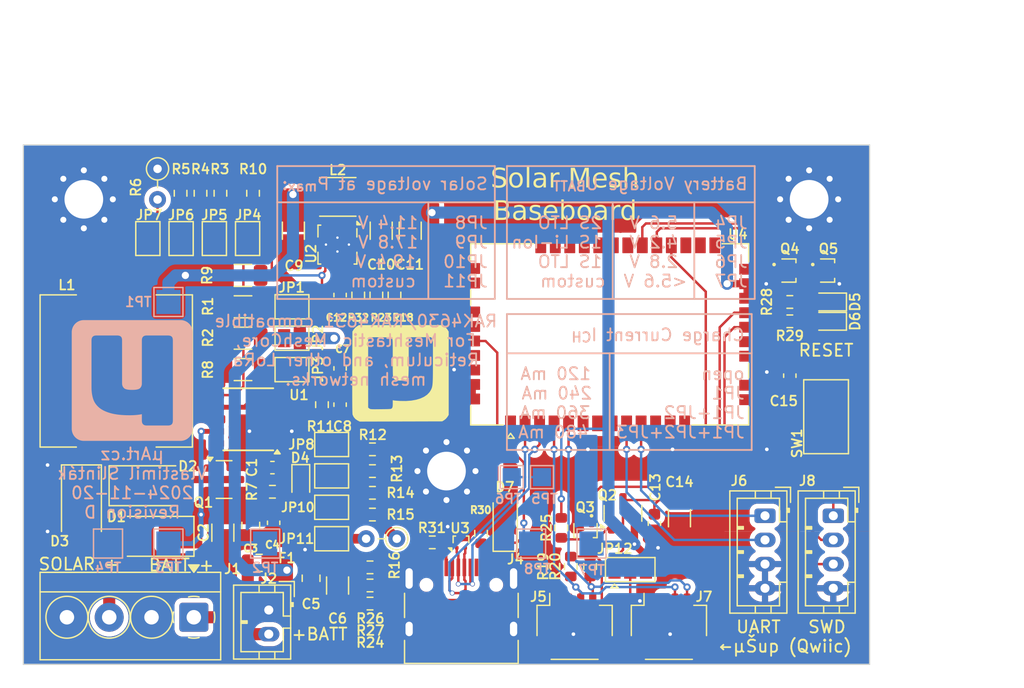
<source format=kicad_pcb>
(kicad_pcb
	(version 20241229)
	(generator "pcbnew")
	(generator_version "9.0")
	(general
		(thickness 1.6)
		(legacy_teardrops no)
	)
	(paper "A4")
	(title_block
		(title "Solar Mesh Baseboard")
		(date "2024-11-20")
		(rev "D")
		(company "μArt.cz")
		(comment 1 "Vlastimil Slinták")
	)
	(layers
		(0 "F.Cu" signal)
		(2 "B.Cu" signal)
		(9 "F.Adhes" user "F.Adhesive")
		(11 "B.Adhes" user "B.Adhesive")
		(13 "F.Paste" user)
		(15 "B.Paste" user)
		(5 "F.SilkS" user "F.Silkscreen")
		(7 "B.SilkS" user "B.Silkscreen")
		(1 "F.Mask" user)
		(3 "B.Mask" user)
		(17 "Dwgs.User" user "User.Drawings")
		(19 "Cmts.User" user "User.Comments")
		(21 "Eco1.User" user "User.Eco1")
		(23 "Eco2.User" user "User.Eco2")
		(25 "Edge.Cuts" user)
		(27 "Margin" user)
		(31 "F.CrtYd" user "F.Courtyard")
		(29 "B.CrtYd" user "B.Courtyard")
		(35 "F.Fab" user)
		(33 "B.Fab" user)
		(39 "User.1" user)
		(41 "User.2" user)
		(43 "User.3" user)
		(45 "User.4" user)
		(47 "User.5" user)
		(49 "User.6" user)
		(51 "User.7" user)
		(53 "User.8" user)
		(55 "User.9" user)
	)
	(setup
		(stackup
			(layer "F.SilkS"
				(type "Top Silk Screen")
			)
			(layer "F.Paste"
				(type "Top Solder Paste")
			)
			(layer "F.Mask"
				(type "Top Solder Mask")
				(thickness 0.01)
			)
			(layer "F.Cu"
				(type "copper")
				(thickness 0.035)
			)
			(layer "dielectric 1"
				(type "core")
				(thickness 1.51)
				(material "FR4")
				(epsilon_r 4.5)
				(loss_tangent 0.02)
			)
			(layer "B.Cu"
				(type "copper")
				(thickness 0.035)
			)
			(layer "B.Mask"
				(type "Bottom Solder Mask")
				(thickness 0.01)
			)
			(layer "B.Paste"
				(type "Bottom Solder Paste")
			)
			(layer "B.SilkS"
				(type "Bottom Silk Screen")
			)
			(copper_finish "None")
			(dielectric_constraints no)
		)
		(pad_to_mask_clearance 0)
		(allow_soldermask_bridges_in_footprints no)
		(tenting front back)
		(aux_axis_origin 114 78)
		(grid_origin 114 78)
		(pcbplotparams
			(layerselection 0x00000000_00000000_55555555_5755f5ff)
			(plot_on_all_layers_selection 0x00000000_00000000_00000000_00000000)
			(disableapertmacros no)
			(usegerberextensions yes)
			(usegerberattributes yes)
			(usegerberadvancedattributes yes)
			(creategerberjobfile no)
			(dashed_line_dash_ratio 12.000000)
			(dashed_line_gap_ratio 3.000000)
			(svgprecision 6)
			(plotframeref no)
			(mode 1)
			(useauxorigin no)
			(hpglpennumber 1)
			(hpglpenspeed 20)
			(hpglpendiameter 15.000000)
			(pdf_front_fp_property_popups yes)
			(pdf_back_fp_property_popups yes)
			(pdf_metadata yes)
			(pdf_single_document no)
			(dxfpolygonmode yes)
			(dxfimperialunits yes)
			(dxfusepcbnewfont yes)
			(psnegative no)
			(psa4output no)
			(plot_black_and_white yes)
			(plotinvisibletext no)
			(sketchpadsonfab no)
			(plotpadnumbers no)
			(hidednponfab no)
			(sketchdnponfab yes)
			(crossoutdnponfab yes)
			(subtractmaskfromsilk yes)
			(outputformat 1)
			(mirror no)
			(drillshape 0)
			(scaleselection 1)
			(outputdirectory "../gerbers/")
		)
	)
	(net 0 "")
	(net 1 "VS")
	(net 2 "Net-(U1-VG)")
	(net 3 "GND")
	(net 4 "+BATT")
	(net 5 "Net-(C7-Pad1)")
	(net 6 "VCC")
	(net 7 "+3V3")
	(net 8 "unconnected-(U4-P0.25-Pad24)")
	(net 9 "Net-(JP12-A)")
	(net 10 "/RESET")
	(net 11 "Net-(D1-A)")
	(net 12 "Net-(D2-K)")
	(net 13 "Net-(D2-A)")
	(net 14 "Net-(D4-A)")
	(net 15 "Net-(D4-K)")
	(net 16 "Net-(D5-K)")
	(net 17 "Net-(D5-A)")
	(net 18 "Net-(D6-K)")
	(net 19 "Net-(D6-A)")
	(net 20 "/VBUS")
	(net 21 "/USB+")
	(net 22 "/USB-")
	(net 23 "Net-(J4-CC1)")
	(net 24 "/SWDCLK")
	(net 25 "/SWDIO")
	(net 26 "/LED1")
	(net 27 "/LED2")
	(net 28 "/VEXT")
	(net 29 "Net-(J4-CC2)")
	(net 30 "unconnected-(J4-SBU2-PadB8)")
	(net 31 "/I2C1_SDA")
	(net 32 "/I2C1_SCL")
	(net 33 "/AIN0")
	(net 34 "unconnected-(J4-SBU1-PadA8)")
	(net 35 "Net-(JP1-A)")
	(net 36 "Net-(JP2-A)")
	(net 37 "Net-(JP3-A)")
	(net 38 "Net-(JP4-A)")
	(net 39 "Net-(JP5-A)")
	(net 40 "Net-(JP6-A)")
	(net 41 "Net-(JP7-A)")
	(net 42 "Net-(JP8-A)")
	(net 43 "Net-(JP9-B)")
	(net 44 "Net-(JP10-A)")
	(net 45 "/TXD1")
	(net 46 "/RXD1")
	(net 47 "unconnected-(U4-P0.24-Pad23)")
	(net 48 "Net-(JP11-A)")
	(net 49 "Net-(U2-L2)")
	(net 50 "Net-(U2-L1)")
	(net 51 "Net-(Q1-G)")
	(net 52 "Net-(Q2-G)")
	(net 53 "Net-(U1-COM)")
	(net 54 "/3V3_EXT")
	(net 55 "Net-(U2-FB)")
	(net 56 "unconnected-(U4-P0.16-Pad7)")
	(net 57 "unconnected-(U4-P0.10-Pad12)")
	(net 58 "unconnected-(U4-P0.04-Pad41)")
	(net 59 "/FB+")
	(net 60 "unconnected-(U4-P0.17-Pad8)")
	(net 61 "unconnected-(U4-P0.21-Pad11)")
	(net 62 "unconnected-(U4-RF_BT-Pad15)")
	(net 63 "unconnected-(U4-P0.02-Pad30)")
	(net 64 "unconnected-(U4-P0.31-Pad39)")
	(net 65 "unconnected-(U4-P0.30-Pad33)")
	(net 66 "unconnected-(U4-P0.03-Pad29)")
	(net 67 "unconnected-(U4-P0.09-Pad13)")
	(net 68 "unconnected-(U4-RF_LoRa-Pad37)")
	(net 69 "unconnected-(U4-P0.26-Pad34)")
	(net 70 "unconnected-(U4-P0.15-Pad6)")
	(net 71 "/VP-")
	(net 72 "unconnected-(U4-P0.28-Pad31)")
	(net 73 "Net-(R23-Pad1)")
	(net 74 "Net-(R24-Pad2)")
	(net 75 "unconnected-(U4-P0.29-Pad32)")
	(net 76 "unconnected-(U4-P1.01-Pad25)")
	(net 77 "Net-(J1-Pin_1)")
	(footprint "Capacitor_SMD:C_1206_3216Metric" (layer "F.Cu") (at 143.6 85.1 -90))
	(footprint "Resistor_SMD:R_0603_1608Metric" (layer "F.Cu") (at 142.875 103.2 180))
	(footprint "Package_TO_SOT_SMD:SOT-416" (layer "F.Cu") (at 177.4 88.4))
	(footprint "Fuse:Fuse_0805_2012Metric" (layer "F.Cu") (at 133.5 112.6))
	(footprint "Capacitor_SMD:C_0603_1608Metric" (layer "F.Cu") (at 140.2 90.425 90))
	(footprint "Connector_JST:JST_SH_SM04B-SRSS-TB_1x04-1MP_P1.00mm_Horizontal" (layer "F.Cu") (at 167.4 117.9))
	(footprint "Capacitor_SMD:C_1206_3216Metric" (layer "F.Cu") (at 146 85.1 -90))
	(footprint "Package_TO_SOT_SMD:SOT-23" (layer "F.Cu") (at 163.6 108.5 90))
	(footprint "Jumper:SolderJumper-2_P1.3mm_Open_Pad1.0x1.5mm" (layer "F.Cu") (at 139.5 110.6 180))
	(footprint "Resistor_SMD:R_0603_1608Metric" (layer "F.Cu") (at 138.7 99.5 -90))
	(footprint "Resistor_SMD:R_0603_1608Metric" (layer "F.Cu") (at 142.675 112.97 180))
	(footprint "Jumper:SolderJumper-2_P1.3mm_Open_Pad1.0x1.5mm" (layer "F.Cu") (at 124.298125 85.75 -90))
	(footprint "Jumper:SolderJumper-2_P1.3mm_Open_Pad1.0x1.5mm" (layer "F.Cu") (at 127.048125 85.75 -90))
	(footprint "Capacitor_SMD:C_1206_3216Metric" (layer "F.Cu") (at 139.99 114.475 90))
	(footprint "Package_SO:SSOP-10_3.9x4.9mm_P1.00mm" (layer "F.Cu") (at 132.601875 100.7125 180))
	(footprint "Resistor_SMD:R_0603_1608Metric" (layer "F.Cu") (at 127.00375 82 -90))
	(footprint "Connector_USB:USB_C_Receptacle_HRO_TYPE-C-31-M-12" (layer "F.Cu") (at 150.23 117.02))
	(footprint "Capacitor_SMD:C_1206_3216Metric" (layer "F.Cu") (at 136.334375 85.1 -90))
	(footprint "Jumper:SolderJumper-2_P1.3mm_Open_Pad1.0x1.5mm" (layer "F.Cu") (at 139.5 105.4))
	(footprint "Resistor_SMD:R_0603_1608Metric" (layer "F.Cu") (at 160.88 112.9 -90))
	(footprint "Resistor_SMD:R_0603_1608Metric" (layer "F.Cu") (at 158.5 109.7 -90))
	(footprint "Resistor_SMD:R_0603_1608Metric" (layer "F.Cu") (at 144.7 90.425 90))
	(footprint "Capacitor_SMD:C_0603_1608Metric" (layer "F.Cu") (at 166.2 109.35 -90))
	(footprint "Resistor_SMD:R_0603_1608Metric" (layer "F.Cu") (at 134.601875 106.7125 180))
	(footprint "LOGO" (layer "F.Cu") (at 145.2 96.9))
	(footprint "Resistor_SMD:R_1206_3216Metric" (layer "F.Cu") (at 132.16875 96.6))
	(footprint "Resistor_SMD:R_0603_1608Metric" (layer "F.Cu") (at 142.875 108.6 180))
	(footprint "Jumper:SolderJumper-2_P1.3mm_Open_Pad1.0x1.5mm" (layer "F.Cu") (at 136.21875 91.4))
	(footprint "Resistor_SMD:R_0603_1608Metric" (layer "F.Cu") (at 151.86 110.15 -90))
	(footprint "Jumper:SolderJumper-2_P1.3mm_Open_Pad1.0x1.5mm" (layer "F.Cu") (at 136.21875 96.6))
	(footprint "LED_SMD:LED_0603_1608Metric" (layer "F.Cu") (at 180.601875 92.6 180))
	(footprint "Diode_SMD:D_SMA" (layer "F.Cu") (at 124.601875 106.2125))
	(footprint "Resistor_SMD:R_1206_3216Metric" (layer "F.Cu") (at 132.16 88.8))
	(footprint "Capacitor_SMD:C_0603_1608Metric" (layer "F.Cu") (at 134.601875 104.7125))
	(footprint "Resistor_SMD:R_0603_1608Metric" (layer "F.Cu") (at 130.3 82 -90))
	(footprint "Jumper:SolderJumper-3_P1.3mm_Open_Pad1.0x1.5mm" (layer "F.Cu") (at 164.2 113.1575))
	(footprint "Resistor_SMD:R_0603_1608Metric" (layer "F.Cu") (at 147.825 110.9))
	(footprint "Diode_SMD:D_SOD-123" (layer "F.Cu") (at 153.86 109.28 90))
	(footprint "LED_SMD:LED_0603_1608Metric" (layer "F.Cu") (at 136.95 105.95 -90))
	(footprint "Resistor_SMD:R_0603_1608Metric" (layer "F.Cu") (at 143.2 90.425 90))
	(footprint "Capacitor_SMD:C_0603_1608Metric" (layer "F.Cu") (at 140.2 96.5 90))
	(footprint "Resistor_SMD:R_0603_1608Metric" (layer "F.Cu") (at 177.401875 91))
	(footprint "Resistor_THT:R_Axial_DIN0204_L3.6mm_D1.6mm_P2.54mm_Vertical"
		(layer "F.Cu")
		(uuid "8bc86710-a7f4-41fc-a9c3-3fddaea8bb7c")
		(at 144.89 110.6 180)
		(descr "Resistor, Axial_DIN0204 series, Axial, Vertical, pin pitch=2.54mm, 0.167W, length*diameter=3.6*1.6mm^2, http://cdn-reichelt.de/documents/datenblatt/B400/1_4W%23YAG.pdf")
		(tags "Resistor Axial_DIN0204 series Axial Vertical pin pitch 2.54mm 0.167W length 3.6mm diameter 1.6mm")
		(property "Reference" "R16"
			(at 0.19 -2.2 270)
			(layer "F.SilkS")
			(uuid "be78c1a4-a423-4ba1-9e18-4f7c4fef6e2b")
			(effects
				(font
					(size 0.8 0.8)
					(thickness 0.15)
				)
			)
		)
		(property "Value" "DNP"
			(at 1.27 1.92 0)
			(layer "F.Fab")
			(uuid "7aff4355-ba1c-4ef4-8410-e8cfb91886bc")
			(effects
				(font
					(size 1 1)
					(thickness 0.15)
				)
			)
		)
		(property "Datasheet" ""
			(at 0 0 180)
			(layer "F.Fab")
			(hide yes)
			(uuid "b641774e-d276-4807-b6e2-c64c0201c26c")
			(effects
				(font
					(size 1.27 1.27)
					(thickness 0.15)
				)
			)
		)
		(property "Description" "Resistor"
			(at 0 0 180)
			(layer "F.Fab")
			(hide yes)
			(uuid "eb7af289-d9ac-4791-8e32-4bd0fc1f5380")
			(effects
				(font
					(size 1.27 1.27)
					(thickness 0.15)
				)
			)
		)
		(property ki_fp_filters "R_*")
		(path "/cf686489-bbf1-4049-9e3f-0ce3eb90c7bc")
		(sheetname "Root")
		(sheetfile "solar-node-revD.kicad_sch")
		(attr through_hole exclude_from_pos_files exclude_from_bom dnp)
		(fp_line
			(start 0.92 0)
			(end 1.54 0)
			(stroke
				(width 0.12)
				(type solid)
			)
			(layer "F.SilkS")
			(uuid "03f62989-285e-4b7d-85c7-9bf319aaa6ac")
		)
		(fp_circle
			(center 0 0)
			(end 0.92 0)
			(stroke
				(width 0.12)
				(type solid)
			)
			(fill no)
			(layer "F.SilkS")
			(uuid "b9669eae-c7fb-4eec-9806-0b7f008deb04")
		)
		(fp_line
			(start 3.49 1.05)
			(end 3.49 -1.05)
			(stroke
				(width 0.05)
				(type solid)
			)
			(layer "F.CrtYd")
			(uuid "9f9ab440-89ec-4a35-91ac-4836975ebf44")
		)
		(fp_line
			(start 3.49 -1.05)
			(end -1.05 -1.05)
			(stroke
				(width 0.05)
				(type solid)
			)
			(layer "F.CrtYd")
			(uuid "29c72ea9-3fa8-477f-993b-309d2cdca43e")
		)
		(fp_line
			(start -1.05 1.05)
			(end 3.49 1.05)
			(stroke
				(width 0.05)
				(type solid)
			)
			(layer "F.CrtYd")
			(uuid "e81eac2f-d702-4888-9837-dd6062173944")
		)
		(fp_line
			(start -1.05 -1.05)
			(end -1.05 1.05)
			(stroke
				(width 0.05)
				(type solid)
			)
			(layer "F.CrtYd")
			(uuid "af9dff89-81f3-4c4e-a662-e58e6e9ae760")
		)
		(fp_line
			(start 0 0)
			(end 2.54 0)
			(stroke
				(width 0.1)
				(type solid)
			)
			(layer "F.Fab")
			(uuid "7cb09aca-368d-43b1-a743-3e8879e6ae38")
		)
		(fp_circle
			(center 0 0)
			(end 0.8 0)
			(stroke
				(width 0.1)
				(type solid)
			)
			(fill no)
			(layer "F.Fab")
			(uuid "6175df12-47e1-401a-afea-6f9d3c7ce0b8")
		)
		(fp_text user "${REFERENCE}"
			(at 1.27 -1.59 0)
			(layer "F.Fab")
			(uuid "bbc015b3-add9-432a-b511-32bf20f9db0b")
			(effects
				(font
					(size 1 1)
					(thickness 0.15)
				)
			)
		)
		(pad "1" thru_hole circle
			(at 0 0 180)
			(size 1.4 1.4)
			(drill 0.7)
			(layers "*.Cu" "*.Mask")
			(remove_unused_layers no)
			(net 71 "/VP-")
			(pintype "passive")
			(uuid "01e0fb1b-5669-457e-bc63-b483a97bfe80")
		)
		(pad "2" thru_hole oval
			(at 2.54 0 180)
			(size 1.4 1.4)
			(drill 0.7)
			(layers "*.Cu" "*.Mask")
			(remove_unused_layers no)
			(net 48 "Net-(JP11-A)")
			(pintype "passi
... [580107 chars truncated]
</source>
